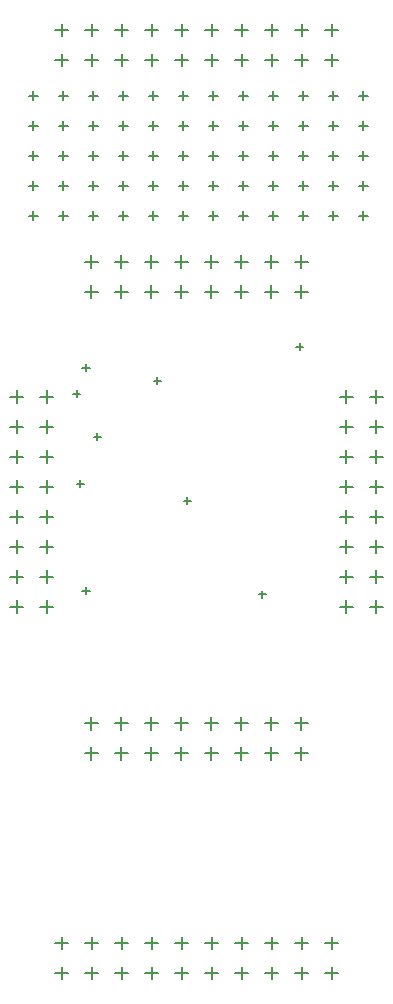
<source format=gbr>
%TF.GenerationSoftware,Altium Limited,Altium Designer,23.4.1 (23)*%
G04 Layer_Color=128*
%FSLAX45Y45*%
%MOMM*%
%TF.SameCoordinates,06F9E411-BB4A-4FCF-AF8D-8E7D50D0EFEC*%
%TF.FilePolarity,Positive*%
%TF.FileFunction,Drillmap*%
%TF.Part,Single*%
G01*
G75*
%TA.AperFunction,NonConductor*%
%ADD29C,0.12700*%
D29*
X2742000Y8492000D02*
X2846000D01*
X2794000Y8440000D02*
Y8544000D01*
X2742000Y8238000D02*
X2846000D01*
X2794000Y8186000D02*
Y8290000D01*
X2488000Y8492000D02*
X2592000D01*
X2540000Y8440000D02*
Y8544000D01*
X2488000Y8238000D02*
X2592000D01*
X2540000Y8186000D02*
Y8290000D01*
X2234000Y8492000D02*
X2338000D01*
X2286000Y8440000D02*
Y8544000D01*
X2234000Y8238000D02*
X2338000D01*
X2286000Y8186000D02*
Y8290000D01*
X1980000Y8492000D02*
X2084000D01*
X2032000Y8440000D02*
Y8544000D01*
X1980000Y8238000D02*
X2084000D01*
X2032000Y8186000D02*
Y8290000D01*
X1726000Y8492000D02*
X1830000D01*
X1778000Y8440000D02*
Y8544000D01*
X1726000Y8238000D02*
X1830000D01*
X1778000Y8186000D02*
Y8290000D01*
X1472000Y8492000D02*
X1576000D01*
X1524000Y8440000D02*
Y8544000D01*
X1472000Y8238000D02*
X1576000D01*
X1524000Y8186000D02*
Y8290000D01*
X1218000Y8492000D02*
X1322000D01*
X1270000Y8440000D02*
Y8544000D01*
X1218000Y8238000D02*
X1322000D01*
X1270000Y8186000D02*
Y8290000D01*
X964000Y8492000D02*
X1068000D01*
X1016000Y8440000D02*
Y8544000D01*
X964000Y8238000D02*
X1068000D01*
X1016000Y8186000D02*
Y8290000D01*
X710000Y8492000D02*
X814000D01*
X762000Y8440000D02*
Y8544000D01*
X710000Y8238000D02*
X814000D01*
X762000Y8186000D02*
Y8290000D01*
X456000Y8492000D02*
X560000D01*
X508000Y8440000D02*
Y8544000D01*
X456000Y8238000D02*
X560000D01*
X508000Y8186000D02*
Y8290000D01*
X2742000Y762000D02*
X2846000D01*
X2794000Y710000D02*
Y814000D01*
X2742000Y508000D02*
X2846000D01*
X2794000Y456000D02*
Y560000D01*
X2488000Y762000D02*
X2592000D01*
X2540000Y710000D02*
Y814000D01*
X2488000Y508000D02*
X2592000D01*
X2540000Y456000D02*
Y560000D01*
X2234000Y762000D02*
X2338000D01*
X2286000Y710000D02*
Y814000D01*
X2234000Y508000D02*
X2338000D01*
X2286000Y456000D02*
Y560000D01*
X1980000Y762000D02*
X2084000D01*
X2032000Y710000D02*
Y814000D01*
X1980000Y508000D02*
X2084000D01*
X2032000Y456000D02*
Y560000D01*
X1726000Y762000D02*
X1830000D01*
X1778000Y710000D02*
Y814000D01*
X1726000Y508000D02*
X1830000D01*
X1778000Y456000D02*
Y560000D01*
X1472000Y762000D02*
X1576000D01*
X1524000Y710000D02*
Y814000D01*
X1472000Y508000D02*
X1576000D01*
X1524000Y456000D02*
Y560000D01*
X1218000Y762000D02*
X1322000D01*
X1270000Y710000D02*
Y814000D01*
X1218000Y508000D02*
X1322000D01*
X1270000Y456000D02*
Y560000D01*
X964000Y762000D02*
X1068000D01*
X1016000Y710000D02*
Y814000D01*
X964000Y508000D02*
X1068000D01*
X1016000Y456000D02*
Y560000D01*
X710000Y762000D02*
X814000D01*
X762000Y710000D02*
Y814000D01*
X710000Y508000D02*
X814000D01*
X762000Y456000D02*
Y560000D01*
X456000Y762000D02*
X560000D01*
X508000Y710000D02*
Y814000D01*
X456000Y508000D02*
X560000D01*
X508000Y456000D02*
Y560000D01*
X2484000Y6532000D02*
X2594000D01*
X2539000Y6477000D02*
Y6587000D01*
X2484000Y6278000D02*
X2594000D01*
X2539000Y6223000D02*
Y6333000D01*
X2230000Y6532000D02*
X2340000D01*
X2285000Y6477000D02*
Y6587000D01*
X2230000Y6278000D02*
X2340000D01*
X2285000Y6223000D02*
Y6333000D01*
X1976000Y6532000D02*
X2086000D01*
X2031000Y6477000D02*
Y6587000D01*
X1976000Y6278000D02*
X2086000D01*
X2031000Y6223000D02*
Y6333000D01*
X1722000Y6532000D02*
X1832000D01*
X1777000Y6477000D02*
Y6587000D01*
X1722000Y6278000D02*
X1832000D01*
X1777000Y6223000D02*
Y6333000D01*
X1468000Y6532000D02*
X1578000D01*
X1523000Y6477000D02*
Y6587000D01*
X1468000Y6278000D02*
X1578000D01*
X1523000Y6223000D02*
Y6333000D01*
X1214000Y6532000D02*
X1324000D01*
X1269000Y6477000D02*
Y6587000D01*
X1214000Y6278000D02*
X1324000D01*
X1269000Y6223000D02*
Y6333000D01*
X960000Y6532000D02*
X1070000D01*
X1015000Y6477000D02*
Y6587000D01*
X960000Y6278000D02*
X1070000D01*
X1015000Y6223000D02*
Y6333000D01*
X706000Y6532000D02*
X816000D01*
X761000Y6477000D02*
Y6587000D01*
X706000Y6278000D02*
X816000D01*
X761000Y6223000D02*
Y6333000D01*
X2517775Y6921500D02*
X2593975D01*
X2555875Y6883400D02*
Y6959600D01*
X2263775Y6921500D02*
X2339975D01*
X2301875Y6883400D02*
Y6959600D01*
X2771775Y6921500D02*
X2847975D01*
X2809875Y6883400D02*
Y6959600D01*
X3025775Y6921500D02*
X3101975D01*
X3063875Y6883400D02*
Y6959600D01*
X1501775Y6921500D02*
X1577975D01*
X1539875Y6883400D02*
Y6959600D01*
X1755775Y6921500D02*
X1831975D01*
X1793875Y6883400D02*
Y6959600D01*
X2009775Y6921500D02*
X2085975D01*
X2047875Y6883400D02*
Y6959600D01*
X1247775Y6921500D02*
X1323975D01*
X1285875Y6883400D02*
Y6959600D01*
X739775Y6921500D02*
X815975D01*
X777875Y6883400D02*
Y6959600D01*
X485775Y6921500D02*
X561975D01*
X523875Y6883400D02*
Y6959600D01*
X993775Y6921500D02*
X1069975D01*
X1031875Y6883400D02*
Y6959600D01*
X231775Y6921500D02*
X307975D01*
X269875Y6883400D02*
Y6959600D01*
X706000Y2368000D02*
X816000D01*
X761000Y2313000D02*
Y2423000D01*
X706000Y2622000D02*
X816000D01*
X761000Y2567000D02*
Y2677000D01*
X960000Y2368000D02*
X1070000D01*
X1015000Y2313000D02*
Y2423000D01*
X960000Y2622000D02*
X1070000D01*
X1015000Y2567000D02*
Y2677000D01*
X1214000Y2368000D02*
X1324000D01*
X1269000Y2313000D02*
Y2423000D01*
X1214000Y2622000D02*
X1324000D01*
X1269000Y2567000D02*
Y2677000D01*
X1468000Y2368000D02*
X1578000D01*
X1523000Y2313000D02*
Y2423000D01*
X1468000Y2622000D02*
X1578000D01*
X1523000Y2567000D02*
Y2677000D01*
X1722000Y2368000D02*
X1832000D01*
X1777000Y2313000D02*
Y2423000D01*
X1722000Y2622000D02*
X1832000D01*
X1777000Y2567000D02*
Y2677000D01*
X1976000Y2368000D02*
X2086000D01*
X2031000Y2313000D02*
Y2423000D01*
X1976000Y2622000D02*
X2086000D01*
X2031000Y2567000D02*
Y2677000D01*
X2230000Y2368000D02*
X2340000D01*
X2285000Y2313000D02*
Y2423000D01*
X2230000Y2622000D02*
X2340000D01*
X2285000Y2567000D02*
Y2677000D01*
X2484000Y2368000D02*
X2594000D01*
X2539000Y2313000D02*
Y2423000D01*
X2484000Y2622000D02*
X2594000D01*
X2539000Y2567000D02*
Y2677000D01*
X2517775Y7175500D02*
X2593975D01*
X2555875Y7137400D02*
Y7213600D01*
X2263775Y7175500D02*
X2339975D01*
X2301875Y7137400D02*
Y7213600D01*
X2771775Y7175500D02*
X2847975D01*
X2809875Y7137400D02*
Y7213600D01*
X3025775Y7175500D02*
X3101975D01*
X3063875Y7137400D02*
Y7213600D01*
X1501775Y7175500D02*
X1577975D01*
X1539875Y7137400D02*
Y7213600D01*
X1755775Y7175500D02*
X1831975D01*
X1793875Y7137400D02*
Y7213600D01*
X2009775Y7175500D02*
X2085975D01*
X2047875Y7137400D02*
Y7213600D01*
X1247775Y7175500D02*
X1323975D01*
X1285875Y7137400D02*
Y7213600D01*
X739775Y7175500D02*
X815975D01*
X777875Y7137400D02*
Y7213600D01*
X485775Y7175500D02*
X561975D01*
X523875Y7137400D02*
Y7213600D01*
X993775Y7175500D02*
X1069975D01*
X1031875Y7137400D02*
Y7213600D01*
X231775Y7175500D02*
X307975D01*
X269875Y7137400D02*
Y7213600D01*
X3118000Y3611000D02*
X3228000D01*
X3173000Y3556000D02*
Y3666000D01*
X2864000Y3611000D02*
X2974000D01*
X2919000Y3556000D02*
Y3666000D01*
X3118000Y3865000D02*
X3228000D01*
X3173000Y3810000D02*
Y3920000D01*
X2864000Y3865000D02*
X2974000D01*
X2919000Y3810000D02*
Y3920000D01*
X3118000Y4119000D02*
X3228000D01*
X3173000Y4064000D02*
Y4174000D01*
X2864000Y4119000D02*
X2974000D01*
X2919000Y4064000D02*
Y4174000D01*
X3118000Y4373000D02*
X3228000D01*
X3173000Y4318000D02*
Y4428000D01*
X2864000Y4373000D02*
X2974000D01*
X2919000Y4318000D02*
Y4428000D01*
X3118000Y4627000D02*
X3228000D01*
X3173000Y4572000D02*
Y4682000D01*
X2864000Y4627000D02*
X2974000D01*
X2919000Y4572000D02*
Y4682000D01*
X3118000Y4881000D02*
X3228000D01*
X3173000Y4826000D02*
Y4936000D01*
X2864000Y4881000D02*
X2974000D01*
X2919000Y4826000D02*
Y4936000D01*
X3118000Y5135000D02*
X3228000D01*
X3173000Y5080000D02*
Y5190000D01*
X2864000Y5135000D02*
X2974000D01*
X2919000Y5080000D02*
Y5190000D01*
X3118000Y5389000D02*
X3228000D01*
X3173000Y5334000D02*
Y5444000D01*
X2864000Y5389000D02*
X2974000D01*
X2919000Y5334000D02*
Y5444000D01*
X72000Y5389000D02*
X182000D01*
X127000Y5334000D02*
Y5444000D01*
X326000Y5389000D02*
X436000D01*
X381000Y5334000D02*
Y5444000D01*
X72000Y5135000D02*
X182000D01*
X127000Y5080000D02*
Y5190000D01*
X326000Y5135000D02*
X436000D01*
X381000Y5080000D02*
Y5190000D01*
X72000Y4881000D02*
X182000D01*
X127000Y4826000D02*
Y4936000D01*
X326000Y4881000D02*
X436000D01*
X381000Y4826000D02*
Y4936000D01*
X72000Y4627000D02*
X182000D01*
X127000Y4572000D02*
Y4682000D01*
X326000Y4627000D02*
X436000D01*
X381000Y4572000D02*
Y4682000D01*
X72000Y4373000D02*
X182000D01*
X127000Y4318000D02*
Y4428000D01*
X326000Y4373000D02*
X436000D01*
X381000Y4318000D02*
Y4428000D01*
X72000Y4119000D02*
X182000D01*
X127000Y4064000D02*
Y4174000D01*
X326000Y4119000D02*
X436000D01*
X381000Y4064000D02*
Y4174000D01*
X72000Y3865000D02*
X182000D01*
X127000Y3810000D02*
Y3920000D01*
X326000Y3865000D02*
X436000D01*
X381000Y3810000D02*
Y3920000D01*
X72000Y3611000D02*
X182000D01*
X127000Y3556000D02*
Y3666000D01*
X326000Y3611000D02*
X436000D01*
X381000Y3556000D02*
Y3666000D01*
X231775Y7429500D02*
X307975D01*
X269875Y7391400D02*
Y7467600D01*
X993775Y7429500D02*
X1069975D01*
X1031875Y7391400D02*
Y7467600D01*
X485775Y7429500D02*
X561975D01*
X523875Y7391400D02*
Y7467600D01*
X739775Y7429500D02*
X815975D01*
X777875Y7391400D02*
Y7467600D01*
X1247775Y7429500D02*
X1323975D01*
X1285875Y7391400D02*
Y7467600D01*
X2009775Y7429500D02*
X2085975D01*
X2047875Y7391400D02*
Y7467600D01*
X1755775Y7429500D02*
X1831975D01*
X1793875Y7391400D02*
Y7467600D01*
X1501775Y7429500D02*
X1577975D01*
X1539875Y7391400D02*
Y7467600D01*
X3025775Y7429500D02*
X3101975D01*
X3063875Y7391400D02*
Y7467600D01*
X2771775Y7429500D02*
X2847975D01*
X2809875Y7391400D02*
Y7467600D01*
X2263775Y7429500D02*
X2339975D01*
X2301875Y7391400D02*
Y7467600D01*
X2517775Y7429500D02*
X2593975D01*
X2555875Y7391400D02*
Y7467600D01*
X2263775Y7937500D02*
X2339975D01*
X2301875Y7899400D02*
Y7975600D01*
X2263775Y7683500D02*
X2339975D01*
X2301875Y7645400D02*
Y7721600D01*
X2517775Y7683500D02*
X2593975D01*
X2555875Y7645400D02*
Y7721600D01*
X2517775Y7937500D02*
X2593975D01*
X2555875Y7899400D02*
Y7975600D01*
X3025775Y7937500D02*
X3101975D01*
X3063875Y7899400D02*
Y7975600D01*
X3025775Y7683500D02*
X3101975D01*
X3063875Y7645400D02*
Y7721600D01*
X2771775Y7683500D02*
X2847975D01*
X2809875Y7645400D02*
Y7721600D01*
X2771775Y7937500D02*
X2847975D01*
X2809875Y7899400D02*
Y7975600D01*
X1247775Y7937500D02*
X1323975D01*
X1285875Y7899400D02*
Y7975600D01*
X1247775Y7683500D02*
X1323975D01*
X1285875Y7645400D02*
Y7721600D01*
X1501775Y7683500D02*
X1577975D01*
X1539875Y7645400D02*
Y7721600D01*
X1501775Y7937500D02*
X1577975D01*
X1539875Y7899400D02*
Y7975600D01*
X2009775Y7937500D02*
X2085975D01*
X2047875Y7899400D02*
Y7975600D01*
X2009775Y7683500D02*
X2085975D01*
X2047875Y7645400D02*
Y7721600D01*
X1755775Y7683500D02*
X1831975D01*
X1793875Y7645400D02*
Y7721600D01*
X1755775Y7937500D02*
X1831975D01*
X1793875Y7899400D02*
Y7975600D01*
X739775Y7937500D02*
X815975D01*
X777875Y7899400D02*
Y7975600D01*
X739775Y7683500D02*
X815975D01*
X777875Y7645400D02*
Y7721600D01*
X993775Y7683500D02*
X1069975D01*
X1031875Y7645400D02*
Y7721600D01*
X993775Y7937500D02*
X1069975D01*
X1031875Y7899400D02*
Y7975600D01*
X485775Y7937500D02*
X561975D01*
X523875Y7899400D02*
Y7975600D01*
X485775Y7683500D02*
X561975D01*
X523875Y7645400D02*
Y7721600D01*
X231775Y7683500D02*
X307975D01*
X269875Y7645400D02*
Y7721600D01*
X231775Y7937500D02*
X307975D01*
X269875Y7899400D02*
Y7975600D01*
X1541625Y4508500D02*
X1601625D01*
X1571625Y4478500D02*
Y4538500D01*
X1287625Y5524500D02*
X1347625D01*
X1317625Y5494500D02*
Y5554500D01*
X2176625Y3714750D02*
X2236625D01*
X2206625Y3684750D02*
Y3744750D01*
X684375Y3746500D02*
X744375D01*
X714375Y3716500D02*
Y3776500D01*
X605000Y5413375D02*
X665000D01*
X635000Y5383375D02*
Y5443375D01*
X779625Y5048250D02*
X839625D01*
X809625Y5018250D02*
Y5078250D01*
X2494125Y5810250D02*
X2554125D01*
X2524125Y5780250D02*
Y5840250D01*
X636750Y4651375D02*
X696750D01*
X666750Y4621375D02*
Y4681375D01*
X684375Y5635625D02*
X744375D01*
X714375Y5605625D02*
Y5665625D01*
%TF.MD5,0410674e4942956ce7973ed926553e45*%
M02*

</source>
